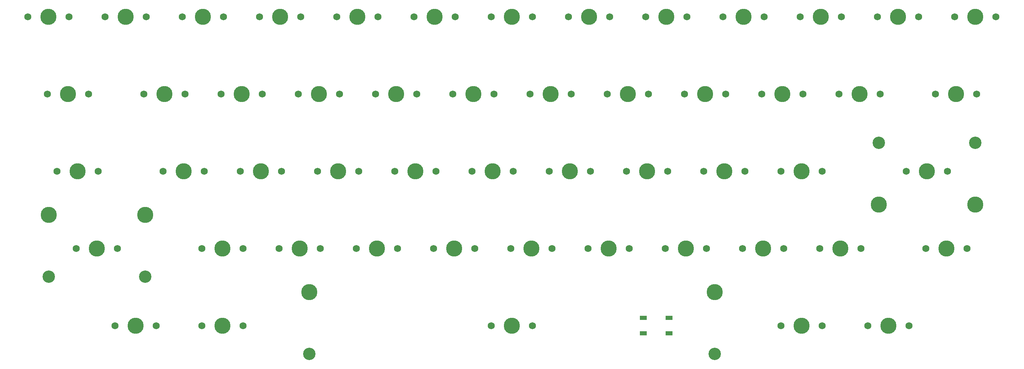
<source format=gbr>
%TF.GenerationSoftware,KiCad,Pcbnew,(5.1.9)-1*%
%TF.CreationDate,2021-01-27T12:27:53+01:00*%
%TF.ProjectId,FriedrichPCB,46726965-6472-4696-9368-5043422e6b69,rev?*%
%TF.SameCoordinates,Original*%
%TF.FileFunction,Soldermask,Top*%
%TF.FilePolarity,Negative*%
%FSLAX46Y46*%
G04 Gerber Fmt 4.6, Leading zero omitted, Abs format (unit mm)*
G04 Created by KiCad (PCBNEW (5.1.9)-1) date 2021-01-27 12:27:53*
%MOMM*%
%LPD*%
G01*
G04 APERTURE LIST*
%ADD10C,3.987800*%
%ADD11C,1.750000*%
%ADD12C,3.048000*%
%ADD13R,1.700000X1.000000*%
G04 APERTURE END LIST*
D10*
%TO.C,MX14*%
X39166800Y-75742800D03*
D11*
X34086800Y-75742800D03*
X44246800Y-75742800D03*
%TD*%
%TO.C,MX26*%
X46634400Y-94792800D03*
X36474400Y-94792800D03*
D10*
X41554400Y-94792800D03*
%TD*%
%TO.C,MX58*%
X148691600Y-132892800D03*
D11*
X143611600Y-132892800D03*
X153771600Y-132892800D03*
D12*
X98691700Y-139877800D03*
X198691500Y-139877800D03*
D10*
X98691700Y-124637800D03*
X198691500Y-124637800D03*
%TD*%
%TO.C,MX42*%
X96316800Y-113842800D03*
D11*
X91236800Y-113842800D03*
X101396800Y-113842800D03*
%TD*%
D10*
%TO.C,MX40*%
X46329600Y-113842800D03*
D11*
X41249600Y-113842800D03*
X51409600Y-113842800D03*
D12*
X34423350Y-120827800D03*
X58235850Y-120827800D03*
D10*
X34423350Y-105587800D03*
X58235850Y-105587800D03*
%TD*%
%TO.C,MX62*%
X220116400Y-132892800D03*
D11*
X215036400Y-132892800D03*
X225196400Y-132892800D03*
%TD*%
D10*
%TO.C,MX54*%
X77266800Y-132892800D03*
D11*
X72186800Y-132892800D03*
X82346800Y-132892800D03*
%TD*%
D10*
%TO.C,MX51*%
X255879600Y-113842800D03*
D11*
X250799600Y-113842800D03*
X260959600Y-113842800D03*
%TD*%
D10*
%TO.C,MX38*%
X251053600Y-94792800D03*
D11*
X245973600Y-94792800D03*
X256133600Y-94792800D03*
D12*
X239147350Y-87807800D03*
X262959850Y-87807800D03*
D10*
X239147350Y-103047800D03*
X262959850Y-103047800D03*
%TD*%
%TO.C,MX25*%
X258216400Y-75742800D03*
D11*
X253136400Y-75742800D03*
X263296400Y-75742800D03*
%TD*%
D13*
%TO.C,RESET*%
X187401600Y-134742000D03*
X181101600Y-134742000D03*
X187401600Y-130942000D03*
X181101600Y-130942000D03*
%TD*%
D10*
%TO.C,MX63*%
X241554000Y-132892800D03*
D11*
X236474000Y-132892800D03*
X246634000Y-132892800D03*
%TD*%
D10*
%TO.C,MX53*%
X55829200Y-132892800D03*
D11*
X50749200Y-132892800D03*
X60909200Y-132892800D03*
%TD*%
D10*
%TO.C,MX49*%
X229666800Y-113842800D03*
D11*
X224586800Y-113842800D03*
X234746800Y-113842800D03*
%TD*%
D10*
%TO.C,MX48*%
X210616800Y-113842800D03*
D11*
X205536800Y-113842800D03*
X215696800Y-113842800D03*
%TD*%
D10*
%TO.C,MX47*%
X191566800Y-113842800D03*
D11*
X186486800Y-113842800D03*
X196646800Y-113842800D03*
%TD*%
D10*
%TO.C,MX46*%
X172516800Y-113842800D03*
D11*
X167436800Y-113842800D03*
X177596800Y-113842800D03*
%TD*%
D10*
%TO.C,MX45*%
X153466800Y-113842800D03*
D11*
X148386800Y-113842800D03*
X158546800Y-113842800D03*
%TD*%
D10*
%TO.C,MX44*%
X134416800Y-113842800D03*
D11*
X129336800Y-113842800D03*
X139496800Y-113842800D03*
%TD*%
D10*
%TO.C,MX43*%
X115366800Y-113842800D03*
D11*
X110286800Y-113842800D03*
X120446800Y-113842800D03*
%TD*%
D10*
%TO.C,MX41*%
X77266800Y-113842800D03*
D11*
X72186800Y-113842800D03*
X82346800Y-113842800D03*
%TD*%
D10*
%TO.C,MX36*%
X220116400Y-94792800D03*
D11*
X215036400Y-94792800D03*
X225196400Y-94792800D03*
%TD*%
D10*
%TO.C,MX35*%
X201066400Y-94792800D03*
D11*
X195986400Y-94792800D03*
X206146400Y-94792800D03*
%TD*%
D10*
%TO.C,MX34*%
X182016400Y-94792800D03*
D11*
X176936400Y-94792800D03*
X187096400Y-94792800D03*
%TD*%
D10*
%TO.C,MX33*%
X162966400Y-94792800D03*
D11*
X157886400Y-94792800D03*
X168046400Y-94792800D03*
%TD*%
D10*
%TO.C,MX32*%
X143916400Y-94792800D03*
D11*
X138836400Y-94792800D03*
X148996400Y-94792800D03*
%TD*%
D10*
%TO.C,MX31*%
X124866400Y-94792800D03*
D11*
X119786400Y-94792800D03*
X129946400Y-94792800D03*
%TD*%
D10*
%TO.C,MX30*%
X105816400Y-94792800D03*
D11*
X100736400Y-94792800D03*
X110896400Y-94792800D03*
%TD*%
D10*
%TO.C,MX29*%
X86766400Y-94792800D03*
D11*
X81686400Y-94792800D03*
X91846400Y-94792800D03*
%TD*%
D10*
%TO.C,MX28*%
X67716400Y-94792800D03*
D11*
X62636400Y-94792800D03*
X72796400Y-94792800D03*
%TD*%
D10*
%TO.C,MX24*%
X234442000Y-75742800D03*
D11*
X229362000Y-75742800D03*
X239522000Y-75742800D03*
%TD*%
D10*
%TO.C,MX23*%
X215392000Y-75742800D03*
D11*
X210312000Y-75742800D03*
X220472000Y-75742800D03*
%TD*%
D10*
%TO.C,MX22*%
X196342000Y-75742800D03*
D11*
X191262000Y-75742800D03*
X201422000Y-75742800D03*
%TD*%
D10*
%TO.C,MX21*%
X177292000Y-75742800D03*
D11*
X172212000Y-75742800D03*
X182372000Y-75742800D03*
%TD*%
D10*
%TO.C,MX20*%
X158242000Y-75742800D03*
D11*
X153162000Y-75742800D03*
X163322000Y-75742800D03*
%TD*%
D10*
%TO.C,MX19*%
X139192000Y-75742800D03*
D11*
X134112000Y-75742800D03*
X144272000Y-75742800D03*
%TD*%
D10*
%TO.C,MX18*%
X120142000Y-75742800D03*
D11*
X115062000Y-75742800D03*
X125222000Y-75742800D03*
%TD*%
D10*
%TO.C,MX17*%
X101092000Y-75742800D03*
D11*
X96012000Y-75742800D03*
X106172000Y-75742800D03*
%TD*%
D10*
%TO.C,MX16*%
X82042000Y-75742800D03*
D11*
X76962000Y-75742800D03*
X87122000Y-75742800D03*
%TD*%
D10*
%TO.C,MX15*%
X62992000Y-75742800D03*
D11*
X57912000Y-75742800D03*
X68072000Y-75742800D03*
%TD*%
D10*
%TO.C,MX13*%
X262991600Y-56692800D03*
D11*
X257911600Y-56692800D03*
X268071600Y-56692800D03*
%TD*%
D10*
%TO.C,MX12*%
X243941600Y-56692800D03*
D11*
X238861600Y-56692800D03*
X249021600Y-56692800D03*
%TD*%
D10*
%TO.C,MX11*%
X224891600Y-56692800D03*
D11*
X219811600Y-56692800D03*
X229971600Y-56692800D03*
%TD*%
D10*
%TO.C,MX10*%
X205841600Y-56692800D03*
D11*
X200761600Y-56692800D03*
X210921600Y-56692800D03*
%TD*%
D10*
%TO.C,MX9*%
X186791600Y-56692800D03*
D11*
X181711600Y-56692800D03*
X191871600Y-56692800D03*
%TD*%
D10*
%TO.C,MX8*%
X167741600Y-56692800D03*
D11*
X162661600Y-56692800D03*
X172821600Y-56692800D03*
%TD*%
D10*
%TO.C,MX7*%
X148691600Y-56692800D03*
D11*
X143611600Y-56692800D03*
X153771600Y-56692800D03*
%TD*%
D10*
%TO.C,MX6*%
X129641600Y-56692800D03*
D11*
X124561600Y-56692800D03*
X134721600Y-56692800D03*
%TD*%
D10*
%TO.C,MX5*%
X110591600Y-56692800D03*
D11*
X105511600Y-56692800D03*
X115671600Y-56692800D03*
%TD*%
D10*
%TO.C,MX4*%
X91541600Y-56692800D03*
D11*
X86461600Y-56692800D03*
X96621600Y-56692800D03*
%TD*%
D10*
%TO.C,MX3*%
X72491600Y-56692800D03*
D11*
X67411600Y-56692800D03*
X77571600Y-56692800D03*
%TD*%
D10*
%TO.C,MX2*%
X53441600Y-56692800D03*
D11*
X48361600Y-56692800D03*
X58521600Y-56692800D03*
%TD*%
D10*
%TO.C,MX1*%
X34391600Y-56692800D03*
D11*
X29311600Y-56692800D03*
X39471600Y-56692800D03*
%TD*%
M02*

</source>
